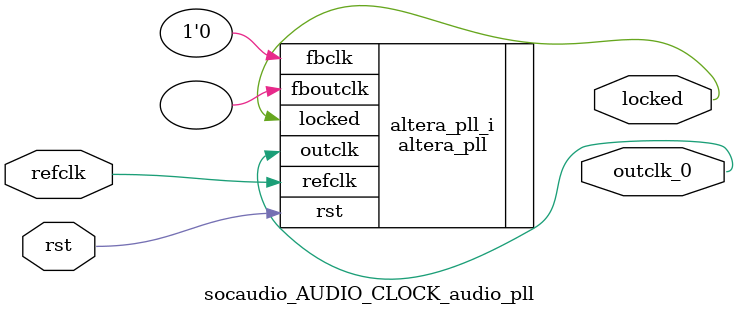
<source format=v>
`timescale 1ns/10ps
module  socaudio_AUDIO_CLOCK_audio_pll(

	// interface 'refclk'
	input wire refclk,

	// interface 'reset'
	input wire rst,

	// interface 'outclk0'
	output wire outclk_0,

	// interface 'locked'
	output wire locked
);

	altera_pll #(
		.fractional_vco_multiplier("false"),
		.reference_clock_frequency("50.0 MHz"),
		.operation_mode("direct"),
		.number_of_clocks(1),
		.output_clock_frequency0("12.288135 MHz"),
		.phase_shift0("0 ps"),
		.duty_cycle0(50),
		.output_clock_frequency1("0 MHz"),
		.phase_shift1("0 ps"),
		.duty_cycle1(50),
		.output_clock_frequency2("0 MHz"),
		.phase_shift2("0 ps"),
		.duty_cycle2(50),
		.output_clock_frequency3("0 MHz"),
		.phase_shift3("0 ps"),
		.duty_cycle3(50),
		.output_clock_frequency4("0 MHz"),
		.phase_shift4("0 ps"),
		.duty_cycle4(50),
		.output_clock_frequency5("0 MHz"),
		.phase_shift5("0 ps"),
		.duty_cycle5(50),
		.output_clock_frequency6("0 MHz"),
		.phase_shift6("0 ps"),
		.duty_cycle6(50),
		.output_clock_frequency7("0 MHz"),
		.phase_shift7("0 ps"),
		.duty_cycle7(50),
		.output_clock_frequency8("0 MHz"),
		.phase_shift8("0 ps"),
		.duty_cycle8(50),
		.output_clock_frequency9("0 MHz"),
		.phase_shift9("0 ps"),
		.duty_cycle9(50),
		.output_clock_frequency10("0 MHz"),
		.phase_shift10("0 ps"),
		.duty_cycle10(50),
		.output_clock_frequency11("0 MHz"),
		.phase_shift11("0 ps"),
		.duty_cycle11(50),
		.output_clock_frequency12("0 MHz"),
		.phase_shift12("0 ps"),
		.duty_cycle12(50),
		.output_clock_frequency13("0 MHz"),
		.phase_shift13("0 ps"),
		.duty_cycle13(50),
		.output_clock_frequency14("0 MHz"),
		.phase_shift14("0 ps"),
		.duty_cycle14(50),
		.output_clock_frequency15("0 MHz"),
		.phase_shift15("0 ps"),
		.duty_cycle15(50),
		.output_clock_frequency16("0 MHz"),
		.phase_shift16("0 ps"),
		.duty_cycle16(50),
		.output_clock_frequency17("0 MHz"),
		.phase_shift17("0 ps"),
		.duty_cycle17(50),
		.pll_type("General"),
		.pll_subtype("General")
	) altera_pll_i (
		.rst	(rst),
		.outclk	({outclk_0}),
		.locked	(locked),
		.fboutclk	( ),
		.fbclk	(1'b0),
		.refclk	(refclk)
	);
endmodule


</source>
